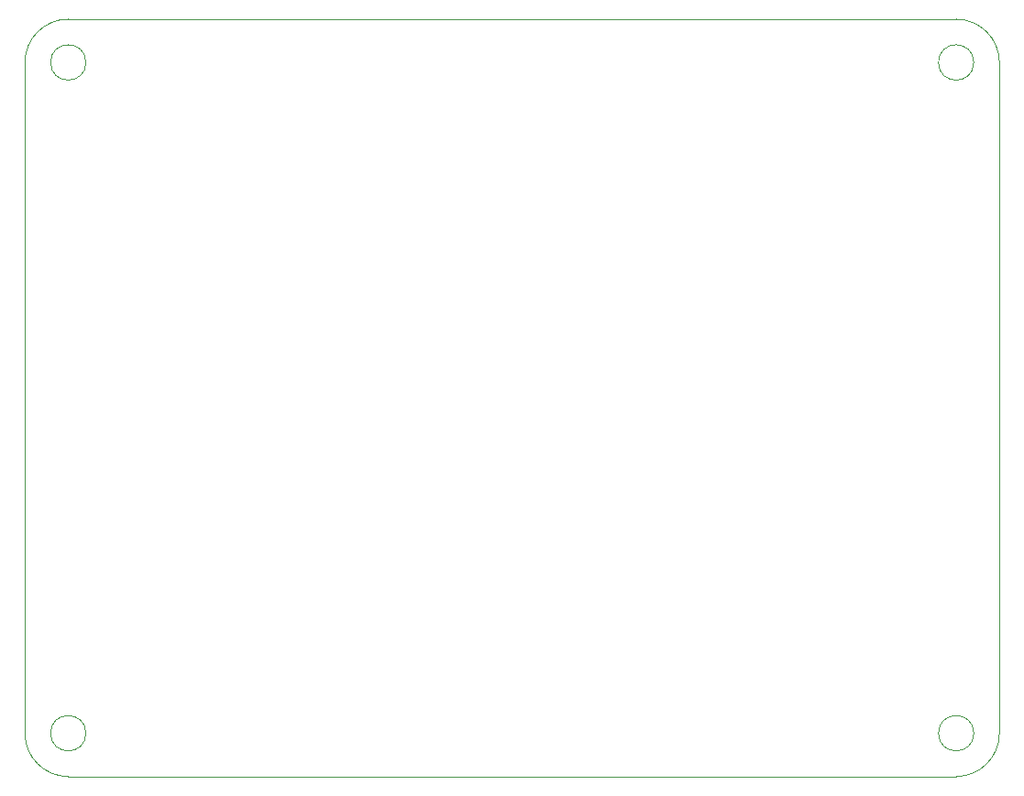
<source format=gbr>
G04 #@! TF.FileFunction,Profile,NP*
%FSLAX46Y46*%
G04 Gerber Fmt 4.6, Leading zero omitted, Abs format (unit mm)*
G04 Created by KiCad (PCBNEW 4.0.7-e2-6376~58~ubuntu16.04.1) date Tue May  1 21:05:29 2018*
%MOMM*%
%LPD*%
G01*
G04 APERTURE LIST*
%ADD10C,0.100000*%
G04 APERTURE END LIST*
D10*
X122408310Y-85612586D02*
X122408310Y-147612586D01*
X32408310Y-85612586D02*
X32408310Y-147612586D01*
X120040260Y-147612586D02*
G75*
G03X120040260Y-147612586I-1631950J0D01*
G01*
X120040260Y-85612586D02*
G75*
G03X120040260Y-85612586I-1631950J0D01*
G01*
X122408310Y-147612586D02*
G75*
G02X118408310Y-151612586I-4000000J0D01*
G01*
X118408310Y-81612586D02*
G75*
G02X122408310Y-85612586I0J-4000000D01*
G01*
X36408310Y-81612586D02*
X118408310Y-81612586D01*
X38040260Y-85612586D02*
G75*
G03X38040260Y-85612586I-1631950J0D01*
G01*
X38040260Y-147612586D02*
G75*
G03X38040260Y-147612586I-1631950J0D01*
G01*
X32408310Y-85612586D02*
G75*
G02X36408310Y-81612586I4000000J0D01*
G01*
X36408310Y-151612586D02*
X118408310Y-151612586D01*
X36408310Y-151612586D02*
G75*
G02X32408310Y-147612586I0J4000000D01*
G01*
M02*

</source>
